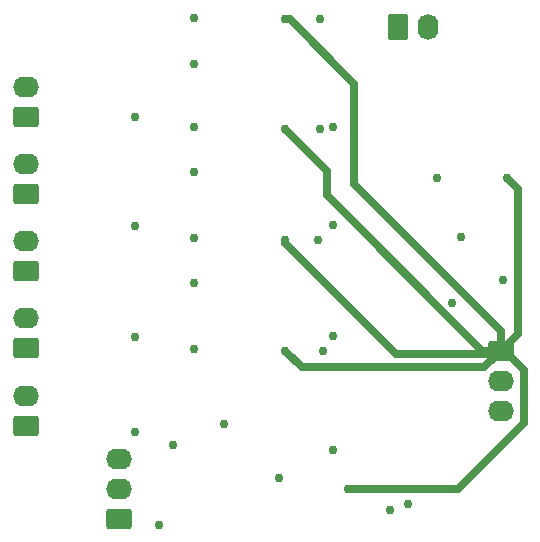
<source format=gbl>
%TF.GenerationSoftware,KiCad,Pcbnew,(6.0.1-0)*%
%TF.CreationDate,2022-05-20T12:10:40-04:00*%
%TF.ProjectId,Summing Circuit V5,53756d6d-696e-4672-9043-697263756974,003*%
%TF.SameCoordinates,Original*%
%TF.FileFunction,Copper,L4,Bot*%
%TF.FilePolarity,Positive*%
%FSLAX46Y46*%
G04 Gerber Fmt 4.6, Leading zero omitted, Abs format (unit mm)*
G04 Created by KiCad (PCBNEW (6.0.1-0)) date 2022-05-20 12:10:40*
%MOMM*%
%LPD*%
G01*
G04 APERTURE LIST*
G04 Aperture macros list*
%AMRoundRect*
0 Rectangle with rounded corners*
0 $1 Rounding radius*
0 $2 $3 $4 $5 $6 $7 $8 $9 X,Y pos of 4 corners*
0 Add a 4 corners polygon primitive as box body*
4,1,4,$2,$3,$4,$5,$6,$7,$8,$9,$2,$3,0*
0 Add four circle primitives for the rounded corners*
1,1,$1+$1,$2,$3*
1,1,$1+$1,$4,$5*
1,1,$1+$1,$6,$7*
1,1,$1+$1,$8,$9*
0 Add four rect primitives between the rounded corners*
20,1,$1+$1,$2,$3,$4,$5,0*
20,1,$1+$1,$4,$5,$6,$7,0*
20,1,$1+$1,$6,$7,$8,$9,0*
20,1,$1+$1,$8,$9,$2,$3,0*%
G04 Aperture macros list end*
%TA.AperFunction,ComponentPad*%
%ADD10RoundRect,0.250000X0.845000X-0.620000X0.845000X0.620000X-0.845000X0.620000X-0.845000X-0.620000X0*%
%TD*%
%TA.AperFunction,ComponentPad*%
%ADD11O,2.190000X1.740000*%
%TD*%
%TA.AperFunction,ComponentPad*%
%ADD12RoundRect,0.250000X-0.845000X0.620000X-0.845000X-0.620000X0.845000X-0.620000X0.845000X0.620000X0*%
%TD*%
%TA.AperFunction,ComponentPad*%
%ADD13RoundRect,0.250000X-0.620000X-0.845000X0.620000X-0.845000X0.620000X0.845000X-0.620000X0.845000X0*%
%TD*%
%TA.AperFunction,ComponentPad*%
%ADD14O,1.740000X2.190000*%
%TD*%
%TA.AperFunction,ViaPad*%
%ADD15C,0.762000*%
%TD*%
%TA.AperFunction,Conductor*%
%ADD16C,0.635000*%
%TD*%
G04 APERTURE END LIST*
D10*
%TO.P,J7,1,Pin_1*%
%TO.N,/GND_AC Correction*%
X81935000Y-69850000D03*
D11*
%TO.P,J7,2,Pin_2*%
%TO.N,/SIG_AC Correction*%
X81935000Y-67310000D03*
%TD*%
D10*
%TO.P,J4,1,Pin_1*%
%TO.N,/Vin_RV*%
X89789000Y-90805000D03*
D11*
%TO.P,J4,2,Pin_2*%
%TO.N,/SIG_Coarse*%
X89789000Y-88265000D03*
%TO.P,J4,3,Pin_3*%
%TO.N,GND*%
X89789000Y-85725000D03*
%TD*%
D10*
%TO.P,J8,1,Pin_1*%
%TO.N,/GND_DC Correction*%
X81935000Y-63309500D03*
D11*
%TO.P,J8,2,Pin_2*%
%TO.N,/SIG_DC Correction*%
X81935000Y-60769500D03*
%TD*%
D12*
%TO.P,J2,1,Pin_1*%
%TO.N,+15V*%
X122154000Y-76581000D03*
D11*
%TO.P,J2,2,Pin_2*%
%TO.N,GND*%
X122154000Y-79121000D03*
%TO.P,J2,3,Pin_3*%
%TO.N,-15V*%
X122154000Y-81661000D03*
%TD*%
D10*
%TO.P,J1,1,Pin_1*%
%TO.N,/GND_Coarse*%
X81955000Y-82931000D03*
D11*
%TO.P,J1,2,Pin_2*%
%TO.N,/SIG_Coarse*%
X81955000Y-80391000D03*
%TD*%
D13*
%TO.P,J3,1,Pin_1*%
%TO.N,/From Coil*%
X113411000Y-49149000D03*
D14*
%TO.P,J3,2,Pin_2*%
%TO.N,/To OPA549*%
X115951000Y-49149000D03*
%TD*%
D10*
%TO.P,J9,1,Pin_1*%
%TO.N,GND*%
X81935000Y-56769000D03*
D11*
%TO.P,J9,2,Pin_2*%
%TO.N,/From Coil*%
X81935000Y-54229000D03*
%TD*%
D10*
%TO.P,J6,1,Pin_1*%
%TO.N,/GND_Fine Tuning*%
X81935000Y-76390500D03*
D11*
%TO.P,J6,2,Pin_2*%
%TO.N,/SIG_Fine Tuning*%
X81935000Y-73850500D03*
%TD*%
D15*
%TO.N,GND*%
X107950000Y-84963000D03*
X96139000Y-76454000D03*
X96139000Y-57658000D03*
X98679000Y-82804000D03*
X114300000Y-89535000D03*
X118745000Y-66929000D03*
X116713000Y-61976000D03*
X122301000Y-70612000D03*
X106807000Y-48514000D03*
X107950000Y-57658000D03*
X93218000Y-91313000D03*
X107950000Y-75311000D03*
X96139000Y-48387000D03*
X106807000Y-57785000D03*
X91186000Y-56769000D03*
X91186000Y-83439000D03*
X107950000Y-65913000D03*
X107061000Y-76581000D03*
X103378000Y-87376000D03*
X96139000Y-67056000D03*
X91186000Y-66040000D03*
X91186000Y-75438000D03*
X112776000Y-90043000D03*
X106680000Y-67183000D03*
%TO.N,-15V*%
X96139000Y-61468000D03*
X96139000Y-70866000D03*
X117983000Y-72517000D03*
X96139000Y-52324000D03*
X94361000Y-84582000D03*
%TO.N,+15V*%
X103886000Y-48514000D03*
X109220000Y-88265000D03*
X103886000Y-76581000D03*
X122682000Y-61976000D03*
X103886000Y-67183000D03*
X103886000Y-57785000D03*
%TD*%
D16*
%TO.N,+15V*%
X122154000Y-76581000D02*
X123571000Y-75164000D01*
X123571000Y-62865000D02*
X122682000Y-61976000D01*
X123571000Y-75164000D02*
X123571000Y-62865000D01*
X103886000Y-57785000D02*
X107442000Y-61341000D01*
X107442000Y-61341000D02*
X107442000Y-63430111D01*
X107442000Y-63430111D02*
X120592889Y-76581000D01*
X120592889Y-76581000D02*
X122154000Y-76581000D01*
X109220000Y-88265000D02*
X118491000Y-88265000D01*
X118491000Y-88265000D02*
X124079000Y-82677000D01*
X124079000Y-82677000D02*
X124079000Y-78232000D01*
X124079000Y-78232000D02*
X122829000Y-76982000D01*
X103886000Y-76581000D02*
X105283000Y-77978000D01*
X105283000Y-77978000D02*
X120757000Y-77978000D01*
X120757000Y-77978000D02*
X122154000Y-76581000D01*
X103886000Y-67183000D02*
X103886000Y-67437000D01*
X103886000Y-67437000D02*
X113284000Y-76835000D01*
X113284000Y-76835000D02*
X121900000Y-76835000D01*
X103886000Y-48514000D02*
X104267000Y-48514000D01*
X104267000Y-48514000D02*
X109728000Y-53975000D01*
X109728000Y-53975000D02*
X109728000Y-62484000D01*
X109728000Y-62484000D02*
X122154000Y-74910000D01*
X122154000Y-74910000D02*
X122154000Y-76581000D01*
%TD*%
M02*

</source>
